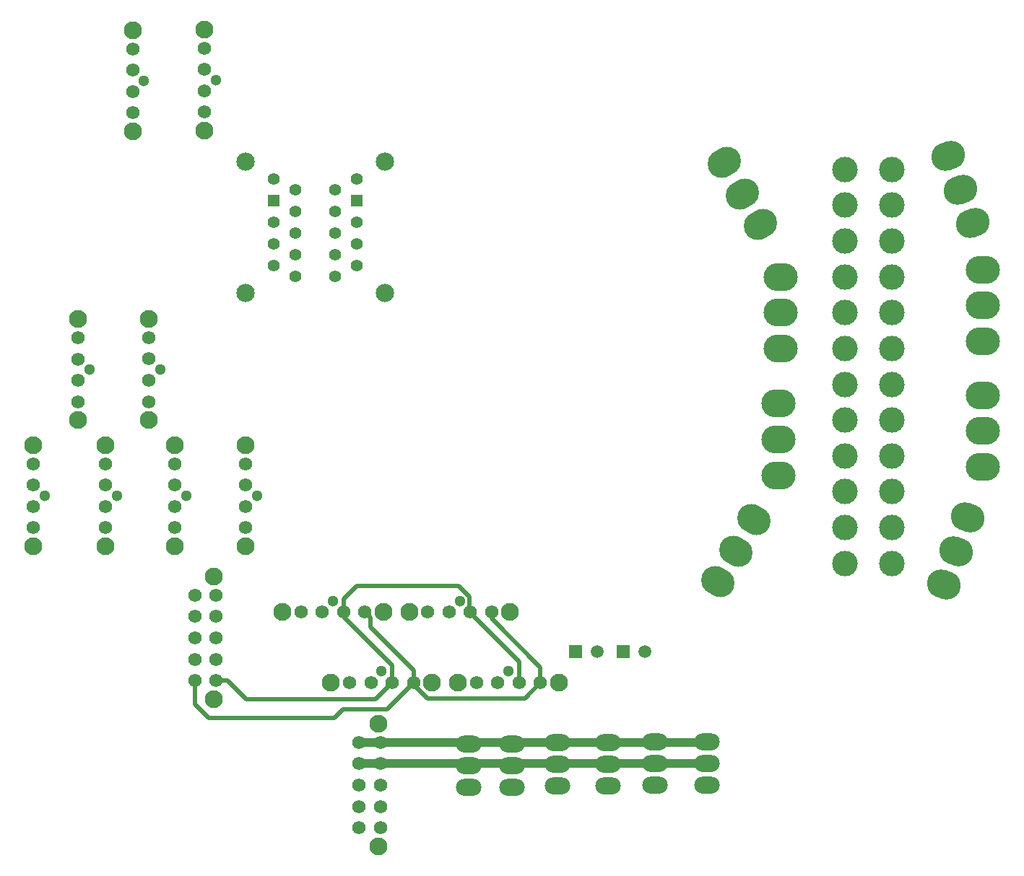
<source format=gbl>
G04*
G04 #@! TF.GenerationSoftware,Altium Limited,Altium Designer,18.1.9 (240)*
G04*
G04 Layer_Physical_Order=2*
G04 Layer_Color=16711680*
%FSLAX25Y25*%
%MOIN*%
G70*
G01*
G75*
%ADD33R,0.05906X0.05906*%
%ADD34C,0.05906*%
%ADD35C,0.05118*%
%ADD36C,0.06142*%
%ADD37C,0.08268*%
%ADD38O,0.11811X0.07874*%
%ADD39C,0.11811*%
G04:AMPARAMS|DCode=40|XSize=129.92mil|YSize=157.48mil|CornerRadius=0mil|HoleSize=0mil|Usage=FLASHONLY|Rotation=60.000|XOffset=0mil|YOffset=0mil|HoleType=Round|Shape=Round|*
%AMOVALD40*
21,1,0.02756,0.12992,0.00000,0.00000,150.0*
1,1,0.12992,0.01193,-0.00689*
1,1,0.12992,-0.01193,0.00689*
%
%ADD40OVALD40*%

G04:AMPARAMS|DCode=41|XSize=129.92mil|YSize=157.48mil|CornerRadius=0mil|HoleSize=0mil|Usage=FLASHONLY|Rotation=250.000|XOffset=0mil|YOffset=0mil|HoleType=Round|Shape=Round|*
%AMOVALD41*
21,1,0.02756,0.12992,0.00000,0.00000,340.0*
1,1,0.12992,-0.01295,0.00471*
1,1,0.12992,0.01295,-0.00471*
%
%ADD41OVALD41*%

%ADD42O,0.15748X0.12992*%
G04:AMPARAMS|DCode=43|XSize=129.92mil|YSize=157.48mil|CornerRadius=0mil|HoleSize=0mil|Usage=FLASHONLY|Rotation=120.000|XOffset=0mil|YOffset=0mil|HoleType=Round|Shape=Round|*
%AMOVALD43*
21,1,0.02756,0.12992,0.00000,0.00000,210.0*
1,1,0.12992,0.01193,0.00689*
1,1,0.12992,-0.01193,-0.00689*
%
%ADD43OVALD43*%

%ADD44C,0.05512*%
%ADD45R,0.05512X0.05512*%
%ADD46C,0.08465*%
G04:AMPARAMS|DCode=47|XSize=129.92mil|YSize=157.48mil|CornerRadius=0mil|HoleSize=0mil|Usage=FLASHONLY|Rotation=290.000|XOffset=0mil|YOffset=0mil|HoleType=Round|Shape=Round|*
%AMOVALD47*
21,1,0.02756,0.12992,0.00000,0.00000,20.0*
1,1,0.12992,-0.01295,-0.00471*
1,1,0.12992,0.01295,0.00471*
%
%ADD47OVALD47*%

%ADD48C,0.02000*%
%ADD49C,0.04000*%
D33*
X287000Y112500D02*
D03*
X309000D02*
D03*
D34*
X297000D02*
D03*
X319000D02*
D03*
D35*
X121000Y376500D02*
D03*
X87776Y376236D02*
D03*
X75177Y184500D02*
D03*
X140000D02*
D03*
X42000D02*
D03*
X107401D02*
D03*
X95177Y242764D02*
D03*
X62677Y242736D02*
D03*
X197421Y103429D02*
D03*
X256000Y103500D02*
D03*
X175000Y136000D02*
D03*
X233500D02*
D03*
D36*
X115724Y391264D02*
D03*
Y381421D02*
D03*
Y371579D02*
D03*
Y361736D02*
D03*
X82500Y391000D02*
D03*
Y381157D02*
D03*
Y371315D02*
D03*
Y361472D02*
D03*
X187157Y31157D02*
D03*
X197000D02*
D03*
X187157Y41000D02*
D03*
X197000D02*
D03*
X187157Y50842D02*
D03*
Y60685D02*
D03*
X197000Y70528D02*
D03*
Y60685D02*
D03*
Y50842D02*
D03*
X187157Y70528D02*
D03*
X69901Y199264D02*
D03*
Y189421D02*
D03*
Y179579D02*
D03*
Y169736D02*
D03*
X134724D02*
D03*
Y179579D02*
D03*
Y189421D02*
D03*
Y199264D02*
D03*
X36724D02*
D03*
Y189421D02*
D03*
Y179579D02*
D03*
Y169736D02*
D03*
X102126D02*
D03*
Y179579D02*
D03*
Y189421D02*
D03*
Y199264D02*
D03*
X89901Y228000D02*
D03*
Y237842D02*
D03*
Y247685D02*
D03*
Y257528D02*
D03*
X57401Y257500D02*
D03*
Y247657D02*
D03*
Y237815D02*
D03*
Y227972D02*
D03*
X212185Y98154D02*
D03*
X202343D02*
D03*
X192500D02*
D03*
X182658D02*
D03*
X270764Y98224D02*
D03*
X260921D02*
D03*
X251079D02*
D03*
X241236D02*
D03*
X111252Y99158D02*
D03*
X121095D02*
D03*
X111252Y109000D02*
D03*
X121095D02*
D03*
X111252Y118842D02*
D03*
Y128685D02*
D03*
X121095Y138528D02*
D03*
Y128685D02*
D03*
Y118842D02*
D03*
X111252Y138528D02*
D03*
X189764Y130724D02*
D03*
X179921D02*
D03*
X170079D02*
D03*
X160236D02*
D03*
X248264D02*
D03*
X238421D02*
D03*
X228579D02*
D03*
X218736D02*
D03*
D37*
X115724Y353193D02*
D03*
Y399807D02*
D03*
X82500Y352929D02*
D03*
Y399543D02*
D03*
X195858Y22614D02*
D03*
Y79071D02*
D03*
X69901Y161193D02*
D03*
Y207807D02*
D03*
X134724D02*
D03*
Y161193D02*
D03*
X36724D02*
D03*
Y207807D02*
D03*
X102126D02*
D03*
Y161193D02*
D03*
X89901Y266071D02*
D03*
Y219457D02*
D03*
X57401Y219429D02*
D03*
Y266043D02*
D03*
X174114Y98154D02*
D03*
X220728D02*
D03*
X232693Y98224D02*
D03*
X279307D02*
D03*
X119953Y90614D02*
D03*
Y147071D02*
D03*
X151693Y130724D02*
D03*
X198307D02*
D03*
X210193D02*
D03*
X256807D02*
D03*
D38*
X323500Y70685D02*
D03*
Y60685D02*
D03*
Y50685D02*
D03*
X237500Y70000D02*
D03*
Y60000D02*
D03*
Y50000D02*
D03*
X278500Y70429D02*
D03*
Y60429D02*
D03*
Y50429D02*
D03*
X347500Y71000D02*
D03*
Y61000D02*
D03*
Y51000D02*
D03*
X302000Y70429D02*
D03*
Y60429D02*
D03*
Y50429D02*
D03*
X257500Y70000D02*
D03*
Y60000D02*
D03*
Y50000D02*
D03*
D39*
X433000Y153323D02*
D03*
Y169858D02*
D03*
Y186394D02*
D03*
Y202929D02*
D03*
Y219465D02*
D03*
Y236000D02*
D03*
Y252535D02*
D03*
Y269071D02*
D03*
Y285606D02*
D03*
Y302142D02*
D03*
Y318677D02*
D03*
Y335213D02*
D03*
X411346Y153323D02*
D03*
Y169858D02*
D03*
Y186394D02*
D03*
Y202929D02*
D03*
Y219465D02*
D03*
Y236000D02*
D03*
Y252535D02*
D03*
Y269071D02*
D03*
Y285606D02*
D03*
Y302142D02*
D03*
Y318677D02*
D03*
Y335213D02*
D03*
D40*
X352750Y144711D02*
D03*
X361000Y159000D02*
D03*
X369285Y173351D02*
D03*
D41*
X468143Y174505D02*
D03*
X462500Y159000D02*
D03*
X456832Y143429D02*
D03*
D42*
X380500Y194000D02*
D03*
Y210500D02*
D03*
Y227071D02*
D03*
X475000Y231000D02*
D03*
Y214500D02*
D03*
Y197929D02*
D03*
X381500Y252571D02*
D03*
Y269071D02*
D03*
Y285642D02*
D03*
X475000Y289000D02*
D03*
Y272500D02*
D03*
Y255929D02*
D03*
D43*
X372250Y309711D02*
D03*
X364000Y324000D02*
D03*
X355715Y338351D02*
D03*
D44*
X157500Y286000D02*
D03*
X147500Y291000D02*
D03*
X157500Y296000D02*
D03*
X147500Y301000D02*
D03*
X157500Y306000D02*
D03*
X147500Y311000D02*
D03*
X157500Y316000D02*
D03*
Y326000D02*
D03*
X147500Y331000D02*
D03*
X176000Y286000D02*
D03*
X186000Y291000D02*
D03*
X176000Y296000D02*
D03*
X186000Y301000D02*
D03*
X176000Y306000D02*
D03*
X186000Y311000D02*
D03*
X176000Y316000D02*
D03*
Y326000D02*
D03*
X186000Y331000D02*
D03*
D45*
X147500Y321000D02*
D03*
X186000D02*
D03*
D46*
X134508Y338992D02*
D03*
Y278008D02*
D03*
X198992Y338992D02*
D03*
Y278008D02*
D03*
D47*
X458857Y341505D02*
D03*
X464500Y326000D02*
D03*
X470168Y310429D02*
D03*
D48*
X270764Y98224D02*
Y105236D01*
X248264Y127736D02*
X270764Y105236D01*
X248264Y127736D02*
Y130724D01*
X238059Y130862D02*
Y137888D01*
X260921Y98224D02*
Y108000D01*
X238059Y130862D02*
X260921Y108000D01*
X189764Y130724D02*
X192173Y128315D01*
X212185Y98154D02*
Y103911D01*
X192173Y123922D02*
X212185Y103911D01*
X192173Y123922D02*
Y128315D01*
X179921Y128579D02*
Y130724D01*
Y128579D02*
X202343Y106158D01*
Y98154D02*
Y106158D01*
X134980Y90520D02*
X194709D01*
X175531Y82000D02*
X179532Y86000D01*
X200031D01*
X248264Y130724D02*
X248764Y130224D01*
X263539Y91000D02*
X270764Y98224D01*
X218500Y91000D02*
X263539D01*
X212185Y97315D02*
X218500Y91000D01*
X212185Y97315D02*
Y98154D01*
X200031Y86000D02*
X212185Y98154D01*
X117500Y82000D02*
X175531D01*
X111252Y88248D02*
X117500Y82000D01*
X111252Y88248D02*
Y99158D01*
X260421Y98724D02*
X260921Y98224D01*
X260421Y98724D02*
X260559D01*
X232947Y143000D02*
X238059Y137888D01*
X186000Y143000D02*
X232947D01*
X179921Y136921D02*
X186000Y143000D01*
X179921Y130724D02*
Y136921D01*
X194709Y90520D02*
X202343Y98154D01*
X126342Y99158D02*
X134980Y90520D01*
X121095Y99158D02*
X126342D01*
D49*
X197000Y70528D02*
X347028D01*
X187157D02*
X197000D01*
X347028D02*
X347500Y71000D01*
X323500Y60685D02*
X347185D01*
X197000D02*
X323500D01*
X347185D02*
X347500Y61000D01*
X187157Y60685D02*
X197000D01*
M02*

</source>
